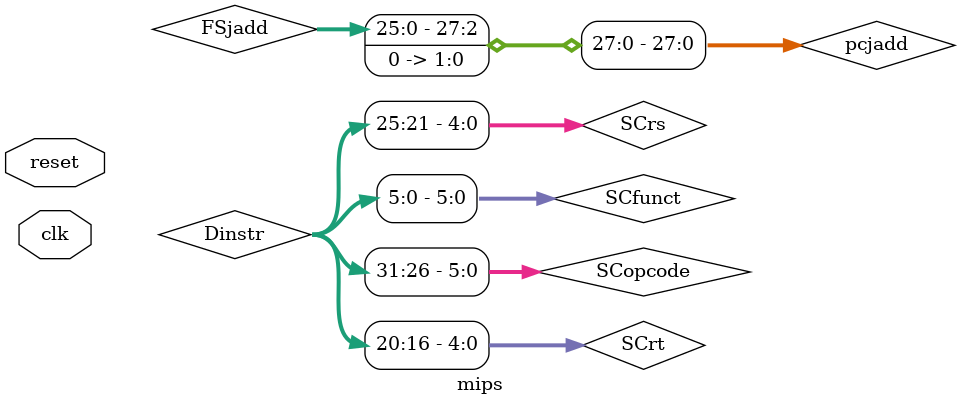
<source format=v>
`timescale 1ns / 1ps

module mips (
    input clk,
    input reset
);
`include "mips.vh"

// DSeg
    reg [31:0] Dpc4, Dinstr;
    always @(posedge clk) begin : proc_D
        if(reset) begin
            Dpc4 <= 0;
            Dinstr <= 0;
        end else if (!stall) begin
            Dpc4 <= pc + 4;
            Dinstr <= IMinstr;
        end else begin
            Dpc4 <= Dpc4;
            Dinstr <= Dinstr;
        end
    end
// ESeg
    reg [31:0] Epc8, Erdat1, Erdat2, Eimm;
    reg [4:0] Eshamt, Erreg1, Erreg2, Ewreg;
    reg [3:0] EALUop;
    reg [1:0] Etnew, EGRFwdst, EGRFwdatsrc;
    reg EGRFwen, EALUshsrc, EALUien, EDMwen;
    always @(posedge clk) begin
        if(reset) begin
            Epc8        <= 0;
            Erdat1      <= 0;
            Erdat2      <= 0;
            Eimm        <= 0;
            Eshamt      <= 0;
            Erreg1      <= 0;
            Erreg2      <= 0;
            Ewreg       <= 0;
            Etnew       <= 0;
            EGRFwdst    <= 0;
            EGRFwdatsrc <= 0;
            EDMwen      <= 0;
            EGRFwen     <= 0;
            EALUshsrc   <= 0;
            EALUien     <= 0;
        end else begin
            Epc8        <= Dpc4 + 4;
            Erdat1      <= Drdat1;
            Erdat2      <= Drdat2;
            Eimm        <= Dimm;
            Eshamt      <= FSshamt;
            Erreg1      <= Drreg1;
            Erreg2      <= Drreg2;
            Ewreg       <= Dwreg;
            Etnew       <= TNinit;
            EGRFwdst    <= DGRFwdst;
            EGRFwdatsrc <= DGRFwdatsrc;
            EDMwen      <= DDMwen;
            EGRFwen     <= DGRFwen;
            EALUop      <= DALUop;
            EALUshsrc   <= DALUshsrc;
            EALUien     <= DALUien;
        end
    end
// MSeg
    reg [31:0] Mpc8, Maddr, Mdmwdat;

    reg MGRFwen, MDMwen;
    reg [1:0] MGRFwdst, MGRFwdatsrc;

    reg [4:0] Mwreg, Mrreg2;
    reg [1:0] Mtnew;

    always @(posedge clk) begin
        if(reset) begin
            Mpc8 <= 0;
            Maddr <= 0;
            Mdmwdat <= 0;
            MGRFwen <= 0;
            MGRFwdst <= 0;
            MGRFwdatsrc <= 0;
            MDMwen <= 0;
            Mwreg <= 0;
            Mrreg2 <= 0;
            Mtnew <= 0;
        end else begin
            Mpc8 <= Epc8;
            Maddr <= ALUres;
            Mdmwdat <= ALUreg2;
            MGRFwen <= EGRFwen;
            MGRFwdst <= EGRFwdst;
            MGRFwdatsrc <= EGRFwdatsrc;
            MDMwen <= EDMwen;
            Mwreg <= Ewreg;
            Mrreg2 <= Erreg2;
            if (Etnew > 0) begin
                Mtnew <= Etnew - 1;
            end else begin
                Mtnew <= 0;
            end
        end
    end
// WSeg
    reg [31:0] Wpc8, Walures, Wdmrdat;

    reg WGRFwen;
    reg [1:0] WGRFwdst, WGRFwdatsrc;

    reg [4:0] Wwreg;
    reg [1:0] Wtnew;

    always @(posedge clk) begin
        if(reset) begin
            Wpc8 <= 0;
            Walures <= 0;
            Wdmrdat <= 0;
            WGRFwen <= 0;
            WGRFwdst <= 0;
            WGRFwdatsrc <= 0;
            Wwreg <= 0;
            Wtnew <= 0;
        end else begin
            Wpc8 <= Mpc8;
            Walures <= Maddr;
            Wdmrdat <= DMrdat;
            WGRFwen <= MGRFwen;
            WGRFwdst <= MGRFwdst;
            WGRFwdatsrc <= MGRFwdatsrc;
            Wwreg <= Mwreg;
            if (Mtnew > 0) begin
                Wtnew <= Mtnew - 1;
            end else begin
                Wtnew <= 0;
            end 
        end
    end
wire [31:0] Wdat;

/******************* IF *******************/

// PC
    wire [31:0] npc =
            (PCsrc == PCSRC_NORM) ? pc + 4 : 
            (PCsrc == PCSRC_BRAN) ? pc4ofs : 
            (PCsrc == PCSRC_JADD) ? pcjadd : 
            (PCsrc == PCSRC_JREG) ? pcjreg : 
            0;  // undefined

    reg [31:0] pc;
    always @(posedge clk) begin : proc_PC
        if (reset) begin
            pc <= PCBASE;
        end else if (!stall) begin
            pc <= npc;
        end else begin
            pc <= pc;
        end
    end
// Instr Memory
    wire [31:0] IMinstr;
    im InstrMem(
        .pc(pc),
        .instr(IMinstr)
    );

/******************* ID *******************/

// Stall Control
    wire [5:0] SCopcode = ({Dinstr[31:26]});
	wire [5:0] SCfunct = ({Dinstr[5:0]});
    wire [4:0] SCrs = ({Dinstr[25:21]});
    wire [4:0] SCrt = ({Dinstr[20:16]});
	 
    wire stall;
    stlctl StallCtrl(
        .opcode(SCopcode),
        .funct(SCfunct),
        .rs(SCrs),
        .rt(SCrt),

        .EGRFwen(EGRFwen),
        .Ewreg(Ewreg),
        .Etnew(Etnew),

        .MGRFwen(MGRFwen),
        .Mwreg(Mwreg),
        .Mtnew(Mtnew),

        .stall(stall)
    );
// Field Selector
    // FS
    wire [31:0] FSinstr = stall ? NOP : Dinstr;

    wire [25:0] FSjadd;
    wire [15:0] FSimm;
    wire [5:0] FSopcode, FSfunct;
    wire [4:0] FSshamt, FSrs, FSrt, FSrd;

    fs FieldSel(
        .instr(FSinstr),
        .jadd(FSjadd),
        .shamt(FSshamt),
        .rs(FSrs),
        .rt(FSrt),
        .rd(FSrd),
        .imm(FSimm),
        .opcode(FSopcode),
        .funct(FSfunct)
    );

    // Drreg, Dwreg, Dimm
    wire [4:0] Drreg1, Drreg2, Dwreg;
    assign Drreg1 = FSrs;
    assign Drreg2 = FSrt;
    assign Dwreg  = 
        (DGRFwdst == WDST_RT) ? FSrt :
        (DGRFwdst == WDST_RD) ? FSrd :
        (DGRFwdst == WDST_RA) ? 5'd31 :
        0; // undefined

    wire [31:0] Dimm = 
        (EXTsign) ? {{16{FSimm[15]}}, FSimm} : {16'h0000, FSimm};
// GRF
    wire [31:0] GRFrdat1, GRFrdat2;
    wire [31:0] GRFwpc = Wpc8 - 8;
    grf GRF(
        .clk    (clk),
        .rst    (reset),
        .wpc    (GRFwpc),

        .radd1  (Drreg1),
        .radd2  (Drreg2),
        .rdat1  (GRFrdat1),
        .rdat2  (GRFrdat2),

        .wadd   (Wwreg),
        .GRFwen (WGRFwen),
        .wdat   (Wdat)    // write-data & W-stage data
    );
// PC calculation
    // branch judge
    wire zero = (Drdat1 == Drdat2);

    wire [31:0] pc4ofs, pcjadd, pcjreg;
    wire [31:0] Dpc = Dpc4 - 4;
    assign pc4ofs = 
        (zero) ? Dpc4 + ({{14{FSimm[15]}}, FSimm, 2'b00}) : 
        Dpc4 + 4;
    assign pcjadd = {{Dpc[31:28]}, FSjadd, 2'b00};
    assign pcjreg = Drdat1;
// Main Control
    wire DGRFwen, DALUshsrc, DALUien, EXTsign, DDMwen;
    wire [1:0] DGRFwdst, DGRFwdatsrc, PCsrc, TNinit;
    wire [3:0] ALUfn;
    ctl MainCtrl(
        .opcode(FSopcode),
        .funct(FSfunct),

        .GRFwen(DGRFwen),
        .GRFwdst(DGRFwdst),
        .GRFwdatsrc(DGRFwdatsrc),
        .ALUfn(ALUfn),
        .ALUshsrc(DALUshsrc),
        .ALUien(DALUien),
        .EXTsign(EXTsign),
        .PCsrc(PCsrc),
        .DMwen(DDMwen),
        .TNinit(TNinit)
    );
// ALU Control
    wire [3:0] DALUop;
    aluctl ALUCtrl(
        .funct(FSfunct),
        .ALUfn(ALUfn),

        .ALUop(DALUop)
    );
// Forwarding Control
    // DFWCtrl
    wire [1:0] Dfw1, Dfw2;
    dfw DFWCtrl (
        .Drreg1(Drreg1),
        .Drreg2(Drreg2),

        .Ewreg(Ewreg),
        .EGRFwen(EGRFwen),
        .EGRFwdst(EGRFwdst),
        .Etnew   (Etnew),

        .Mwreg(Mwreg),
        .MGRFwen(MGRFwen),
        .MGRFwdst(MGRFwdst),
        .Mtnew   (Mtnew),

        .Dfw1(Dfw1),
        .Dfw2(Dfw2)
    );

    // forwarding muxes
    wire [31:0] Drdat1, Drdat2;
    assign Drdat1 =
        (Dfw1 == DFW_NONE) ? GRFrdat1 :
        (Dfw1 == DFW_MRES) ? Maddr    :
        (Dfw1 == DFW_MPC8) ? Mpc8     :
        (Dfw1 == DFW_EPC8) ? Epc8     :
        0; // undefined
    assign Drdat2 =
        (Dfw2 == DFW_NONE) ? GRFrdat2 :
        (Dfw2 == DFW_MRES) ? Maddr    :
        (Dfw2 == DFW_MPC8) ? Mpc8     :
        (Dfw2 == DFW_EPC8) ? Epc8     :
        0; // undefined

/******************* EX *******************/

// Forwarding Control
    // EFW
    wire [2:0] Efw1, Efw2;
    efw EFWCtrl(
        .Erreg1(Erreg1),
        .Erreg2(Erreg2),

        .Mwreg(Mwreg),
        .MGRFwen(MGRFwen),
        .MGRFwdst(MGRFwdst),
        .Mtnew   (Mtnew),

        .Wwreg(Wwreg),
        .WGRFwen(WGRFwen),
        .WGRFwdst(WGRFwdst),
        .Wtnew   (Wtnew),

        .Efw1(Efw1),
        .Efw2(Efw2)
    );

    // forwarding muxes
    wire [31:0] ALUreg1, ALUreg2;
    assign ALUreg1 =
        (Efw1[1:0] == 2'b00)? Erdat1:
        (Efw1 == EFW_WDAT)  ? Wdat  :
        (Efw1 == EFW_MRES)  ? Maddr :
        (Efw1 == EFW_WPC8)  ? Wpc8  :
        (Efw1 == EFW_MPC8)  ? Mpc8  :
        0; // undefined
    assign ALUreg2 =
        (Efw2[1:0] == 2'b00)? Erdat2:
        (Efw2 == EFW_WDAT)  ? Wdat  :
        (Efw2 == EFW_MRES)  ? Maddr :
        (Efw2 == EFW_WPC8)  ? Wpc8  :
        (Efw2 == EFW_MPC8)  ? Mpc8  :
        0; // undefined
// ALU Operation
    wire [31:0] ALUres;
    wire [4:0] ALUshamt = (EALUshsrc) ? 5'd16 : Eshamt;
    wire [31:0] ALUopn2 = (EALUien) ? Eimm : ALUreg2;
    alu ALU(
        .shamt(ALUshamt),
        .op1(ALUreg1),
        .op2(ALUopn2),
        .ALUop(EALUop),
        .res(ALUres)
    );

/******************* ME *******************/

// Forwarding Control
    // MFW
    wire Mfw;
    mfw MFWCtrl(
        .Mrreg2(Mrreg2),
        .WGRFwen(WGRFwen),
        .Wwreg(Wwreg),
        .Wtnew  (Wtnew),
        .Mfw(Mfw)
    );

    // forwarding muxes
    wire [31:0] DMwdat = (Mfw) ? Wdat : Mdmwdat;
// Data Mem
    wire [31:0] DMwpc = Mpc8 - 8;
    wire [31:0] DMrdat;
    dm DataMem(
        .clk(clk),
        .rst(reset),
        .wpc(DMwpc),

        .addr(Maddr),
        .wdat(DMwdat),
        .DMwrite(MDMwen),

        .rdat(DMrdat)
    );

/******************* WB *******************/

// Select Write Data
    assign Wdat =
        (WGRFwdatsrc == WDSRC_ALU ) ? Walures :
        (WGRFwdatsrc == WDSRC_DM  ) ? Wdmrdat :
        (WGRFwdatsrc == WDSRC_WPC8) ? Wpc8    :
        0; // undefined

endmodule
</source>
